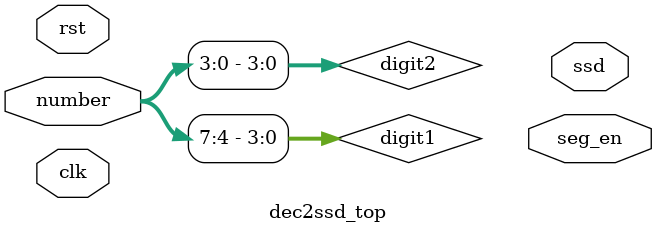
<source format=v>
module dec2ssd_top(
    input   clk,
    input   rst,
    input  [7:0] number,
    output [6:0] ssd,
    output reg seg_en
    );

    wire [3:0] digit1 = number[7:4]; // numberÀÇ »óÀ§ 4ºñÆ®
    wire [3:0] digit2 = number[3:0]; // numberÀÇ ÇÏÀ§ 4ºñÆ®

    wire [6:0] ssd1, ssd2;

    dec2ssd ssd_inst1(
        .dec(digit1),
        .seg(ssd1)
    );

    dec2ssd ssd_inst2(
        .dec(digit2),
        .seg(ssd2)
    );


    /*
    // Å¬·° ºÐÁÖ±â Ãß°¡
    reg [15:0] clk_div_counter;
    always @(posedge clk or posedge rst) begin
        if (rst)
            clk_div_counter <= 0;
        else
            clk_div_counter <= clk_div_counter + 1;
    end

    wire slow_clk = clk_div_counter[15]; // ºÐÁÖµÈ Å¬·°

    // ºÐÁÖµÈ Å¬·°À» »ç¿ëÇÏ¿© seg_en°ú ssd Á¦¾î
    always @(posedge slow_clk or posedge rst) begin
        if (rst)
            seg_en <= 1'b0;
        else
            seg_en <= ~seg_en;
    end

    assign ssd = (seg_en) ? ssd1 : ssd2;
    */
    
endmodule

</source>
